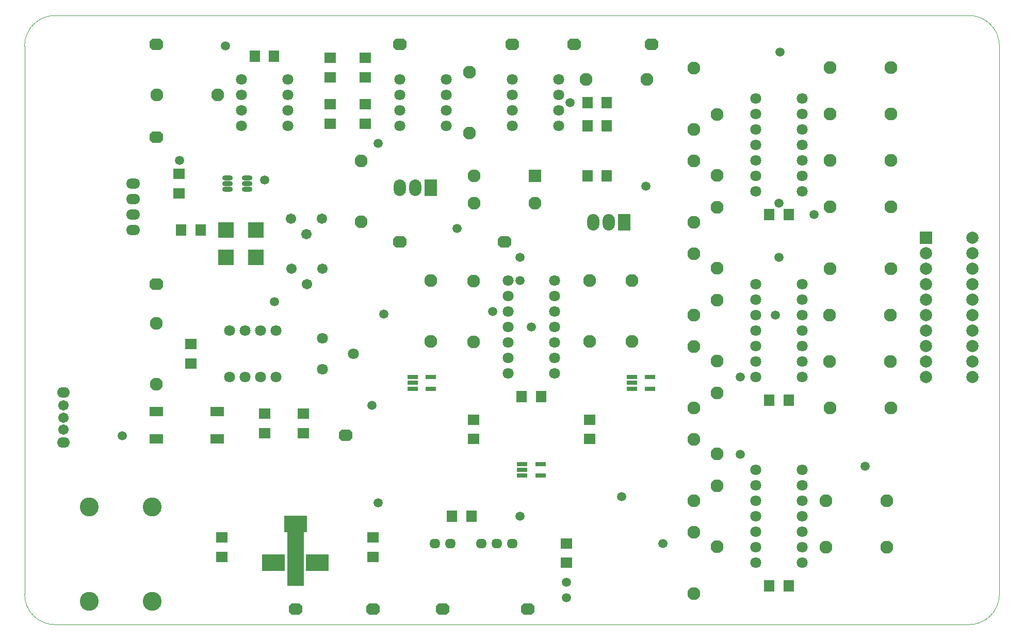
<source format=gts>
G04*
G04 #@! TF.GenerationSoftware,Altium Limited,Altium Designer,20.1.12 (249)*
G04*
G04 Layer_Color=8388736*
%FSLAX25Y25*%
%MOIN*%
G70*
G04*
G04 #@! TF.SameCoordinates,6C7D9CAF-E978-41D4-BD8A-455F840FEFA2*
G04*
G04*
G04 #@! TF.FilePolarity,Negative*
G04*
G01*
G75*
%ADD14C,0.00197*%
%ADD15R,0.14567X0.10630*%
%ADD16R,0.10630X0.43701*%
%ADD17R,0.09068X0.06312*%
%ADD18O,0.06706X0.03359*%
%ADD19R,0.09855X0.09855*%
%ADD20R,0.04540X0.07690*%
%ADD21R,0.14973X0.10642*%
%ADD22R,0.04540X0.10642*%
%ADD23R,0.06706X0.02965*%
%ADD24R,0.06706X0.02965*%
%ADD25R,0.07099X0.07690*%
%ADD26R,0.07690X0.07099*%
G04:AMPARAMS|DCode=27|XSize=86.74mil|YSize=74.93mil|CornerRadius=0mil|HoleSize=0mil|Usage=FLASHONLY|Rotation=0.000|XOffset=0mil|YOffset=0mil|HoleType=Round|Shape=Octagon|*
%AMOCTAGOND27*
4,1,8,0.04337,-0.01873,0.04337,0.01873,0.02464,0.03747,-0.02464,0.03747,-0.04337,0.01873,-0.04337,-0.01873,-0.02464,-0.03747,0.02464,-0.03747,0.04337,-0.01873,0.0*
%
%ADD27OCTAGOND27*%

%ADD28C,0.07099*%
%ADD29O,0.08280X0.06706*%
%ADD30C,0.06706*%
%ADD31R,0.07887X0.10642*%
%ADD32O,0.07887X0.10642*%
%ADD33O,0.09068X0.06706*%
%ADD34C,0.12217*%
%ADD35C,0.08280*%
%ADD36R,0.08280X0.08280*%
%ADD37C,0.07887*%
%ADD38R,0.07887X0.07887*%
%ADD39O,0.07099X0.06115*%
%ADD40C,0.05918*%
D14*
X610236D02*
G03*
X629921Y19685I0J19685D01*
G01*
Y374016D02*
G03*
X610236Y393701I-19685J0D01*
G01*
X19685D02*
G03*
X0Y374016I0J-19685D01*
G01*
Y19685D02*
G03*
X19685Y0I19685J0D01*
G01*
Y393701D02*
X610236D01*
X629921Y19685D02*
Y374016D01*
X0Y19685D02*
Y374016D01*
X19685Y0D02*
X610236D01*
D15*
X160925Y40098D02*
D03*
X189075Y40000D02*
D03*
D16*
X175000Y46791D02*
D03*
D17*
X124370Y120000D02*
D03*
X85000D02*
D03*
X124370Y137716D02*
D03*
X85000D02*
D03*
D18*
X131201Y288740D02*
D03*
Y285000D02*
D03*
Y281260D02*
D03*
X143799Y288740D02*
D03*
Y285000D02*
D03*
Y281260D02*
D03*
D19*
X130082Y254947D02*
D03*
X149374Y254947D02*
D03*
Y237448D02*
D03*
X130082Y237448D02*
D03*
D20*
X184055Y40098D02*
D03*
X175000D02*
D03*
D21*
Y64902D02*
D03*
D22*
X165945Y40098D02*
D03*
D23*
X392500Y156260D02*
D03*
Y152520D02*
D03*
X404311D02*
D03*
Y160000D02*
D03*
X250689Y156260D02*
D03*
Y152520D02*
D03*
X262500D02*
D03*
Y160000D02*
D03*
X333405Y103740D02*
D03*
Y96260D02*
D03*
X321595D02*
D03*
Y100000D02*
D03*
D24*
X392500Y160000D02*
D03*
X250689Y160000D02*
D03*
X321595Y103740D02*
D03*
D25*
X481201Y25000D02*
D03*
X493800Y25000D02*
D03*
X276200Y70000D02*
D03*
X288799Y70000D02*
D03*
X481201Y145000D02*
D03*
X493800Y145000D02*
D03*
X363701Y322500D02*
D03*
X376300Y322500D02*
D03*
X363701Y337500D02*
D03*
X376300Y337500D02*
D03*
X481201Y265000D02*
D03*
X493800Y265000D02*
D03*
X333799Y147500D02*
D03*
X321200Y147500D02*
D03*
X113799Y255000D02*
D03*
X101200Y255000D02*
D03*
X363701Y290000D02*
D03*
X376300Y290000D02*
D03*
X148701Y367500D02*
D03*
X161300Y367500D02*
D03*
D26*
X225000Y56300D02*
D03*
X225000Y43701D02*
D03*
X127500Y56300D02*
D03*
X127500Y43701D02*
D03*
X350000Y39901D02*
D03*
X350000Y52500D02*
D03*
X365000Y132500D02*
D03*
X365000Y119901D02*
D03*
X290000Y132500D02*
D03*
X290000Y119901D02*
D03*
X180000Y123700D02*
D03*
X180000Y136299D02*
D03*
X155000Y123700D02*
D03*
X155000Y136299D02*
D03*
X107500Y168700D02*
D03*
X107500Y181299D02*
D03*
X197500Y336300D02*
D03*
X197500Y323701D02*
D03*
Y366299D02*
D03*
X197500Y353700D02*
D03*
X220000Y323701D02*
D03*
X220000Y336300D02*
D03*
X220000Y366299D02*
D03*
X220000Y353700D02*
D03*
X99728Y278648D02*
D03*
X99728Y291247D02*
D03*
D27*
X315000Y375000D02*
D03*
X270000Y10000D02*
D03*
X325000D02*
D03*
X225000D02*
D03*
X175000D02*
D03*
X405000Y375000D02*
D03*
X207500Y122500D02*
D03*
X310000Y247500D02*
D03*
X242500D02*
D03*
X85000Y375000D02*
D03*
Y315000D02*
D03*
Y220000D02*
D03*
X242500Y375000D02*
D03*
X355000D02*
D03*
D28*
X132500Y190000D02*
D03*
X142500D02*
D03*
X152500D02*
D03*
X162500D02*
D03*
Y160000D02*
D03*
X152500D02*
D03*
X142500D02*
D03*
X132500D02*
D03*
X192500Y185000D02*
D03*
X212500Y175000D02*
D03*
X192500Y165000D02*
D03*
X472500Y100000D02*
D03*
Y90000D02*
D03*
Y80000D02*
D03*
Y70000D02*
D03*
Y60000D02*
D03*
Y50000D02*
D03*
Y40000D02*
D03*
X502500D02*
D03*
Y100000D02*
D03*
Y90000D02*
D03*
Y80000D02*
D03*
Y70000D02*
D03*
Y60000D02*
D03*
Y50000D02*
D03*
X472500Y220000D02*
D03*
Y210000D02*
D03*
Y200000D02*
D03*
Y190000D02*
D03*
Y180000D02*
D03*
Y170000D02*
D03*
Y160000D02*
D03*
X502500D02*
D03*
Y220000D02*
D03*
Y210000D02*
D03*
Y200000D02*
D03*
Y190000D02*
D03*
Y180000D02*
D03*
Y170000D02*
D03*
X472500Y340000D02*
D03*
Y330000D02*
D03*
Y320000D02*
D03*
Y310000D02*
D03*
Y300000D02*
D03*
Y290000D02*
D03*
Y280000D02*
D03*
X502500D02*
D03*
Y340000D02*
D03*
Y330000D02*
D03*
Y320000D02*
D03*
Y310000D02*
D03*
Y300000D02*
D03*
Y290000D02*
D03*
X315000Y352500D02*
D03*
Y342500D02*
D03*
Y332500D02*
D03*
Y322500D02*
D03*
X345000D02*
D03*
Y332500D02*
D03*
Y342500D02*
D03*
Y352500D02*
D03*
X312500Y222500D02*
D03*
Y212500D02*
D03*
Y202500D02*
D03*
Y192500D02*
D03*
Y182500D02*
D03*
Y172500D02*
D03*
Y162500D02*
D03*
X342500D02*
D03*
Y222500D02*
D03*
Y212500D02*
D03*
Y202500D02*
D03*
Y192500D02*
D03*
Y182500D02*
D03*
Y172500D02*
D03*
X140000Y352500D02*
D03*
Y342500D02*
D03*
Y332500D02*
D03*
Y322500D02*
D03*
X170000D02*
D03*
Y332500D02*
D03*
Y342500D02*
D03*
Y352500D02*
D03*
X242500D02*
D03*
Y342500D02*
D03*
Y332500D02*
D03*
Y322500D02*
D03*
X272500D02*
D03*
Y332500D02*
D03*
Y342500D02*
D03*
Y352500D02*
D03*
D29*
X25000Y117717D02*
D03*
Y150000D02*
D03*
D30*
Y125984D02*
D03*
Y133858D02*
D03*
Y141732D02*
D03*
X172228Y262448D02*
D03*
X182228Y252448D02*
D03*
X192228Y262448D02*
D03*
X172500Y230000D02*
D03*
X182500Y220000D02*
D03*
X192500Y230000D02*
D03*
D31*
X262500Y282500D02*
D03*
X387500Y260000D02*
D03*
D32*
X252500Y282500D02*
D03*
X242500D02*
D03*
X367500Y260000D02*
D03*
X377500D02*
D03*
D33*
X70000Y285000D02*
D03*
Y275000D02*
D03*
Y265000D02*
D03*
Y255000D02*
D03*
D34*
X41949Y15000D02*
D03*
Y76024D02*
D03*
X82500D02*
D03*
Y15000D02*
D03*
D35*
X432500Y59587D02*
D03*
Y20216D02*
D03*
X447500Y89685D02*
D03*
Y50315D02*
D03*
X432500Y119587D02*
D03*
Y80216D02*
D03*
X447500Y149685D02*
D03*
Y110315D02*
D03*
X432500Y179587D02*
D03*
Y140217D02*
D03*
X517815Y50000D02*
D03*
X557185D02*
D03*
X517815Y80000D02*
D03*
X557185D02*
D03*
X520315Y140000D02*
D03*
X559685D02*
D03*
X520000Y170000D02*
D03*
X559370D02*
D03*
X447500Y170315D02*
D03*
Y209685D02*
D03*
X520000Y200000D02*
D03*
X559370D02*
D03*
X520315Y230000D02*
D03*
X559685D02*
D03*
X520315Y270000D02*
D03*
X559685D02*
D03*
X432500Y239587D02*
D03*
Y200217D02*
D03*
X520315Y300000D02*
D03*
X559685D02*
D03*
X520315Y330000D02*
D03*
X559685D02*
D03*
X520315Y360000D02*
D03*
X559685D02*
D03*
X447500Y269685D02*
D03*
Y230315D02*
D03*
X432500Y299587D02*
D03*
Y260216D02*
D03*
X447500Y329685D02*
D03*
Y290315D02*
D03*
X432500Y359587D02*
D03*
Y320216D02*
D03*
X287500Y317815D02*
D03*
Y357185D02*
D03*
X402185Y352500D02*
D03*
X362815D02*
D03*
X365000Y222500D02*
D03*
Y183130D02*
D03*
X290000Y182815D02*
D03*
Y222185D02*
D03*
X85000Y194685D02*
D03*
Y155315D02*
D03*
X392500Y183130D02*
D03*
Y222500D02*
D03*
X262500Y183130D02*
D03*
Y222500D02*
D03*
X217500Y299685D02*
D03*
Y260315D02*
D03*
X290315Y272500D02*
D03*
X329685D02*
D03*
X124685Y342500D02*
D03*
X85315D02*
D03*
X290315Y290000D02*
D03*
D36*
X329685D02*
D03*
D37*
X612500Y160000D02*
D03*
Y170000D02*
D03*
Y180000D02*
D03*
Y190000D02*
D03*
Y200000D02*
D03*
Y210000D02*
D03*
Y220000D02*
D03*
Y230000D02*
D03*
Y240000D02*
D03*
Y250000D02*
D03*
X582500Y160000D02*
D03*
Y170000D02*
D03*
Y180000D02*
D03*
Y190000D02*
D03*
Y200000D02*
D03*
Y210000D02*
D03*
Y220000D02*
D03*
Y230000D02*
D03*
Y240000D02*
D03*
D38*
Y250000D02*
D03*
D39*
X315000Y52500D02*
D03*
X305000D02*
D03*
X295000D02*
D03*
X275000D02*
D03*
X265000D02*
D03*
D40*
X485000Y200000D02*
D03*
X155000Y287500D02*
D03*
X279528Y255906D02*
D03*
X161417Y208661D02*
D03*
X129921Y374016D02*
D03*
X62992Y122047D02*
D03*
X224410Y141732D02*
D03*
X228346Y78740D02*
D03*
X543307Y102362D02*
D03*
X385827Y82677D02*
D03*
X488189Y370079D02*
D03*
X401575Y283465D02*
D03*
X228346Y311024D02*
D03*
X232283Y200787D02*
D03*
X352500Y337500D02*
D03*
X412500Y52500D02*
D03*
X320000Y237500D02*
D03*
Y222500D02*
D03*
Y70000D02*
D03*
X327500Y192500D02*
D03*
X302500Y202500D02*
D03*
X350000Y17500D02*
D03*
X462500Y160000D02*
D03*
Y110000D02*
D03*
X487500Y237500D02*
D03*
Y272500D02*
D03*
X510000Y265000D02*
D03*
X100000Y300000D02*
D03*
X350000Y27500D02*
D03*
M02*

</source>
